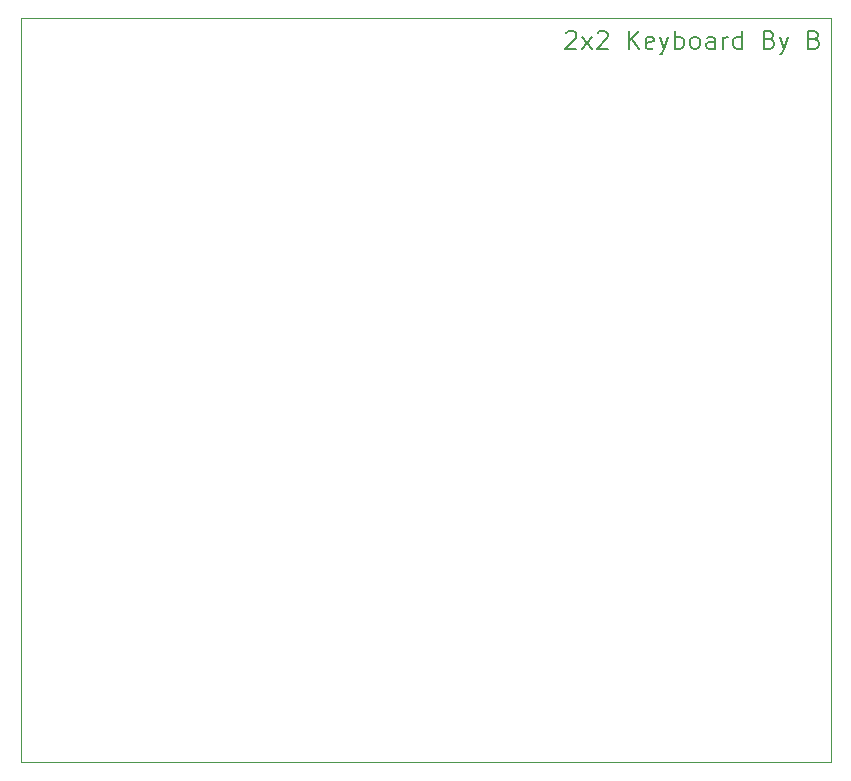
<source format=gbr>
%TF.GenerationSoftware,KiCad,Pcbnew,8.0.8*%
%TF.CreationDate,2025-06-15T23:17:14+08:00*%
%TF.ProjectId,2x2,3278322e-6b69-4636-9164-5f7063625858,rev?*%
%TF.SameCoordinates,Original*%
%TF.FileFunction,Profile,NP*%
%FSLAX46Y46*%
G04 Gerber Fmt 4.6, Leading zero omitted, Abs format (unit mm)*
G04 Created by KiCad (PCBNEW 8.0.8) date 2025-06-15 23:17:14*
%MOMM*%
%LPD*%
G01*
G04 APERTURE LIST*
%ADD10C,0.150000*%
%TA.AperFunction,Profile*%
%ADD11C,0.050000*%
%TD*%
G04 APERTURE END LIST*
D10*
X128222598Y-32995485D02*
X128294026Y-32924057D01*
X128294026Y-32924057D02*
X128436884Y-32852628D01*
X128436884Y-32852628D02*
X128794026Y-32852628D01*
X128794026Y-32852628D02*
X128936884Y-32924057D01*
X128936884Y-32924057D02*
X129008312Y-32995485D01*
X129008312Y-32995485D02*
X129079741Y-33138342D01*
X129079741Y-33138342D02*
X129079741Y-33281200D01*
X129079741Y-33281200D02*
X129008312Y-33495485D01*
X129008312Y-33495485D02*
X128151169Y-34352628D01*
X128151169Y-34352628D02*
X129079741Y-34352628D01*
X129579740Y-34352628D02*
X130365455Y-33352628D01*
X129579740Y-33352628D02*
X130365455Y-34352628D01*
X130865455Y-32995485D02*
X130936883Y-32924057D01*
X130936883Y-32924057D02*
X131079741Y-32852628D01*
X131079741Y-32852628D02*
X131436883Y-32852628D01*
X131436883Y-32852628D02*
X131579741Y-32924057D01*
X131579741Y-32924057D02*
X131651169Y-32995485D01*
X131651169Y-32995485D02*
X131722598Y-33138342D01*
X131722598Y-33138342D02*
X131722598Y-33281200D01*
X131722598Y-33281200D02*
X131651169Y-33495485D01*
X131651169Y-33495485D02*
X130794026Y-34352628D01*
X130794026Y-34352628D02*
X131722598Y-34352628D01*
X133508311Y-34352628D02*
X133508311Y-32852628D01*
X134365454Y-34352628D02*
X133722597Y-33495485D01*
X134365454Y-32852628D02*
X133508311Y-33709771D01*
X135579740Y-34281200D02*
X135436883Y-34352628D01*
X135436883Y-34352628D02*
X135151169Y-34352628D01*
X135151169Y-34352628D02*
X135008311Y-34281200D01*
X135008311Y-34281200D02*
X134936883Y-34138342D01*
X134936883Y-34138342D02*
X134936883Y-33566914D01*
X134936883Y-33566914D02*
X135008311Y-33424057D01*
X135008311Y-33424057D02*
X135151169Y-33352628D01*
X135151169Y-33352628D02*
X135436883Y-33352628D01*
X135436883Y-33352628D02*
X135579740Y-33424057D01*
X135579740Y-33424057D02*
X135651169Y-33566914D01*
X135651169Y-33566914D02*
X135651169Y-33709771D01*
X135651169Y-33709771D02*
X134936883Y-33852628D01*
X136151168Y-33352628D02*
X136508311Y-34352628D01*
X136865454Y-33352628D02*
X136508311Y-34352628D01*
X136508311Y-34352628D02*
X136365454Y-34709771D01*
X136365454Y-34709771D02*
X136294025Y-34781200D01*
X136294025Y-34781200D02*
X136151168Y-34852628D01*
X137436882Y-34352628D02*
X137436882Y-32852628D01*
X137436882Y-33424057D02*
X137579740Y-33352628D01*
X137579740Y-33352628D02*
X137865454Y-33352628D01*
X137865454Y-33352628D02*
X138008311Y-33424057D01*
X138008311Y-33424057D02*
X138079740Y-33495485D01*
X138079740Y-33495485D02*
X138151168Y-33638342D01*
X138151168Y-33638342D02*
X138151168Y-34066914D01*
X138151168Y-34066914D02*
X138079740Y-34209771D01*
X138079740Y-34209771D02*
X138008311Y-34281200D01*
X138008311Y-34281200D02*
X137865454Y-34352628D01*
X137865454Y-34352628D02*
X137579740Y-34352628D01*
X137579740Y-34352628D02*
X137436882Y-34281200D01*
X139008311Y-34352628D02*
X138865454Y-34281200D01*
X138865454Y-34281200D02*
X138794025Y-34209771D01*
X138794025Y-34209771D02*
X138722597Y-34066914D01*
X138722597Y-34066914D02*
X138722597Y-33638342D01*
X138722597Y-33638342D02*
X138794025Y-33495485D01*
X138794025Y-33495485D02*
X138865454Y-33424057D01*
X138865454Y-33424057D02*
X139008311Y-33352628D01*
X139008311Y-33352628D02*
X139222597Y-33352628D01*
X139222597Y-33352628D02*
X139365454Y-33424057D01*
X139365454Y-33424057D02*
X139436883Y-33495485D01*
X139436883Y-33495485D02*
X139508311Y-33638342D01*
X139508311Y-33638342D02*
X139508311Y-34066914D01*
X139508311Y-34066914D02*
X139436883Y-34209771D01*
X139436883Y-34209771D02*
X139365454Y-34281200D01*
X139365454Y-34281200D02*
X139222597Y-34352628D01*
X139222597Y-34352628D02*
X139008311Y-34352628D01*
X140794026Y-34352628D02*
X140794026Y-33566914D01*
X140794026Y-33566914D02*
X140722597Y-33424057D01*
X140722597Y-33424057D02*
X140579740Y-33352628D01*
X140579740Y-33352628D02*
X140294026Y-33352628D01*
X140294026Y-33352628D02*
X140151168Y-33424057D01*
X140794026Y-34281200D02*
X140651168Y-34352628D01*
X140651168Y-34352628D02*
X140294026Y-34352628D01*
X140294026Y-34352628D02*
X140151168Y-34281200D01*
X140151168Y-34281200D02*
X140079740Y-34138342D01*
X140079740Y-34138342D02*
X140079740Y-33995485D01*
X140079740Y-33995485D02*
X140151168Y-33852628D01*
X140151168Y-33852628D02*
X140294026Y-33781200D01*
X140294026Y-33781200D02*
X140651168Y-33781200D01*
X140651168Y-33781200D02*
X140794026Y-33709771D01*
X141508311Y-34352628D02*
X141508311Y-33352628D01*
X141508311Y-33638342D02*
X141579740Y-33495485D01*
X141579740Y-33495485D02*
X141651169Y-33424057D01*
X141651169Y-33424057D02*
X141794026Y-33352628D01*
X141794026Y-33352628D02*
X141936883Y-33352628D01*
X143079740Y-34352628D02*
X143079740Y-32852628D01*
X143079740Y-34281200D02*
X142936882Y-34352628D01*
X142936882Y-34352628D02*
X142651168Y-34352628D01*
X142651168Y-34352628D02*
X142508311Y-34281200D01*
X142508311Y-34281200D02*
X142436882Y-34209771D01*
X142436882Y-34209771D02*
X142365454Y-34066914D01*
X142365454Y-34066914D02*
X142365454Y-33638342D01*
X142365454Y-33638342D02*
X142436882Y-33495485D01*
X142436882Y-33495485D02*
X142508311Y-33424057D01*
X142508311Y-33424057D02*
X142651168Y-33352628D01*
X142651168Y-33352628D02*
X142936882Y-33352628D01*
X142936882Y-33352628D02*
X143079740Y-33424057D01*
X145436882Y-33566914D02*
X145651168Y-33638342D01*
X145651168Y-33638342D02*
X145722597Y-33709771D01*
X145722597Y-33709771D02*
X145794025Y-33852628D01*
X145794025Y-33852628D02*
X145794025Y-34066914D01*
X145794025Y-34066914D02*
X145722597Y-34209771D01*
X145722597Y-34209771D02*
X145651168Y-34281200D01*
X145651168Y-34281200D02*
X145508311Y-34352628D01*
X145508311Y-34352628D02*
X144936882Y-34352628D01*
X144936882Y-34352628D02*
X144936882Y-32852628D01*
X144936882Y-32852628D02*
X145436882Y-32852628D01*
X145436882Y-32852628D02*
X145579740Y-32924057D01*
X145579740Y-32924057D02*
X145651168Y-32995485D01*
X145651168Y-32995485D02*
X145722597Y-33138342D01*
X145722597Y-33138342D02*
X145722597Y-33281200D01*
X145722597Y-33281200D02*
X145651168Y-33424057D01*
X145651168Y-33424057D02*
X145579740Y-33495485D01*
X145579740Y-33495485D02*
X145436882Y-33566914D01*
X145436882Y-33566914D02*
X144936882Y-33566914D01*
X146294025Y-33352628D02*
X146651168Y-34352628D01*
X147008311Y-33352628D02*
X146651168Y-34352628D01*
X146651168Y-34352628D02*
X146508311Y-34709771D01*
X146508311Y-34709771D02*
X146436882Y-34781200D01*
X146436882Y-34781200D02*
X146294025Y-34852628D01*
X149222596Y-33566914D02*
X149436882Y-33638342D01*
X149436882Y-33638342D02*
X149508311Y-33709771D01*
X149508311Y-33709771D02*
X149579739Y-33852628D01*
X149579739Y-33852628D02*
X149579739Y-34066914D01*
X149579739Y-34066914D02*
X149508311Y-34209771D01*
X149508311Y-34209771D02*
X149436882Y-34281200D01*
X149436882Y-34281200D02*
X149294025Y-34352628D01*
X149294025Y-34352628D02*
X148722596Y-34352628D01*
X148722596Y-34352628D02*
X148722596Y-32852628D01*
X148722596Y-32852628D02*
X149222596Y-32852628D01*
X149222596Y-32852628D02*
X149365454Y-32924057D01*
X149365454Y-32924057D02*
X149436882Y-32995485D01*
X149436882Y-32995485D02*
X149508311Y-33138342D01*
X149508311Y-33138342D02*
X149508311Y-33281200D01*
X149508311Y-33281200D02*
X149436882Y-33424057D01*
X149436882Y-33424057D02*
X149365454Y-33495485D01*
X149365454Y-33495485D02*
X149222596Y-33566914D01*
X149222596Y-33566914D02*
X148722596Y-33566914D01*
D11*
X82016600Y-31800800D02*
X150622000Y-31800800D01*
X150622000Y-94767400D01*
X82016600Y-94767400D01*
X82016600Y-31800800D01*
M02*

</source>
